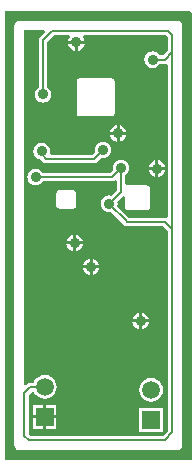
<source format=gbl>
%FSAX24Y24*%
%MOIN*%
G70*
G01*
G75*
G04 Layer_Physical_Order=2*
G04 Layer_Color=16711680*
%ADD10R,0.0177X0.0114*%
%ADD11R,0.0114X0.0177*%
%ADD12R,0.0315X0.0114*%
%ADD13R,0.0126X0.0354*%
%ADD14O,0.0116X0.0354*%
%ADD15O,0.0354X0.0116*%
%ADD16R,0.0433X0.0551*%
%ADD17R,0.0866X0.0787*%
%ADD18R,0.0551X0.0433*%
%ADD19C,0.0080*%
%ADD20C,0.0591*%
%ADD21R,0.0591X0.0591*%
%ADD22C,0.0350*%
G36*
X026260Y044919D02*
Y030020D01*
X020020D01*
Y044970D01*
X026207D01*
X026260Y044919D01*
D02*
G37*
%LPC*%
G36*
X025780Y044653D02*
X020500D01*
X020441Y044641D01*
X020392Y044608D01*
X020359Y044559D01*
X020347Y044500D01*
Y030500D01*
X020359Y030441D01*
X020392Y030392D01*
X020441Y030359D01*
X020500Y030347D01*
X025780D01*
X025839Y030359D01*
X025888Y030392D01*
X025921Y030441D01*
X025933Y030500D01*
Y044500D01*
X025921Y044559D01*
X025888Y044608D01*
X025839Y044641D01*
X025780Y044653D01*
D02*
G37*
%LPD*%
G36*
X021351Y044273D02*
X021199Y044121D01*
X021168Y044075D01*
X021157Y044020D01*
X021157Y044020D01*
Y042437D01*
X021104Y042396D01*
X021060Y042339D01*
X021032Y042272D01*
X021023Y042200D01*
X021032Y042128D01*
X021060Y042061D01*
X021104Y042004D01*
X021161Y041960D01*
X021228Y041932D01*
X021300Y041923D01*
X021372Y041932D01*
X021439Y041960D01*
X021496Y042004D01*
X021540Y042061D01*
X021568Y042128D01*
X021577Y042200D01*
X021568Y042272D01*
X021540Y042339D01*
X021496Y042396D01*
X021443Y042437D01*
Y043961D01*
X021659Y044177D01*
X022163D01*
X022198Y044105D01*
X022170Y044069D01*
X022142Y044002D01*
X022139Y043980D01*
X022681D01*
X022678Y044002D01*
X022650Y044069D01*
X022622Y044105D01*
X022657Y044177D01*
X025401D01*
X025457Y044121D01*
Y043669D01*
X025291Y043503D01*
X025187D01*
X025146Y043556D01*
X025089Y043600D01*
X025022Y043628D01*
X024950Y043637D01*
X024878Y043628D01*
X024811Y043600D01*
X024754Y043556D01*
X024710Y043499D01*
X024682Y043432D01*
X024673Y043360D01*
X024682Y043288D01*
X024710Y043221D01*
X024754Y043164D01*
X024811Y043120D01*
X024878Y043092D01*
X024950Y043083D01*
X025022Y043092D01*
X025089Y043120D01*
X025146Y043164D01*
X025187Y043217D01*
X025350D01*
X025350Y043217D01*
X025395Y043226D01*
X025419Y043207D01*
X025457Y043150D01*
Y038160D01*
X025419Y038103D01*
X025395Y038084D01*
X025350Y038093D01*
X025350Y038093D01*
X024174D01*
X023774Y038492D01*
X023783Y038559D01*
X023774Y038626D01*
X023961Y038812D01*
X024034Y038782D01*
Y038447D01*
X024042Y038408D01*
X024064Y038375D01*
X024097Y038352D01*
X024136Y038345D01*
X024766D01*
X024805Y038352D01*
X024838Y038375D01*
X024860Y038408D01*
X024867Y038447D01*
Y039068D01*
X024860Y039107D01*
X024838Y039140D01*
X024805Y039162D01*
X024766Y039170D01*
X024136D01*
X024105Y039163D01*
X024086Y039178D01*
X024043Y039244D01*
Y039513D01*
X024096Y039554D01*
X024140Y039611D01*
X024168Y039678D01*
X024177Y039750D01*
X024168Y039822D01*
X024140Y039889D01*
X024096Y039946D01*
X024039Y039990D01*
X023972Y040018D01*
X023900Y040027D01*
X023828Y040018D01*
X023761Y039990D01*
X023704Y039946D01*
X023660Y039889D01*
X023632Y039822D01*
X023623Y039750D01*
X023631Y039683D01*
X023541Y039593D01*
X021287D01*
X021246Y039646D01*
X021189Y039690D01*
X021122Y039718D01*
X021050Y039727D01*
X020978Y039718D01*
X020911Y039690D01*
X020854Y039646D01*
X020810Y039589D01*
X020782Y039522D01*
X020773Y039450D01*
X020782Y039378D01*
X020810Y039311D01*
X020854Y039254D01*
X020911Y039210D01*
X020978Y039182D01*
X021050Y039173D01*
X021122Y039182D01*
X021189Y039210D01*
X021246Y039254D01*
X021287Y039307D01*
X023600D01*
X023600Y039307D01*
X023655Y039318D01*
X023687Y039340D01*
X023757Y039302D01*
Y039013D01*
X023572Y038828D01*
X023505Y038836D01*
X023434Y038827D01*
X023367Y038799D01*
X023309Y038755D01*
X023265Y038698D01*
X023238Y038631D01*
X023228Y038559D01*
X023238Y038487D01*
X023265Y038420D01*
X023309Y038363D01*
X023367Y038319D01*
X023434Y038291D01*
X023505Y038282D01*
X023572Y038290D01*
X023970Y037892D01*
X023999Y037849D01*
D01*
X023999D01*
Y037849D01*
D01*
X023999D01*
Y037849D01*
X023999D01*
X023999Y037849D01*
Y037849D01*
X023999Y037849D01*
Y037849D01*
X024045Y037818D01*
X024100Y037807D01*
X025291D01*
X025457Y037641D01*
Y030989D01*
X025291Y030823D01*
X020879D01*
X020823Y030879D01*
Y032191D01*
X020918Y032286D01*
X020996Y032271D01*
X021005Y032251D01*
X021068Y032168D01*
X021151Y032105D01*
X021247Y032065D01*
X021350Y032051D01*
X021453Y032065D01*
X021549Y032105D01*
X021632Y032168D01*
X021695Y032251D01*
X021735Y032347D01*
X021749Y032450D01*
X021735Y032553D01*
X021695Y032649D01*
X021632Y032732D01*
X021549Y032795D01*
X021453Y032835D01*
X021350Y032849D01*
X021247Y032835D01*
X021151Y032795D01*
X021068Y032732D01*
X021005Y032649D01*
X020981Y032593D01*
X020880D01*
X020880Y032593D01*
X020825Y032582D01*
X020779Y032551D01*
X020779Y032551D01*
X020727Y032499D01*
X020653Y032529D01*
Y044347D01*
X021321D01*
X021351Y044273D01*
D02*
G37*
%LPC*%
G36*
X024600Y034921D02*
Y034700D01*
X024821D01*
X024818Y034722D01*
X024790Y034789D01*
X024746Y034846D01*
X024689Y034890D01*
X024622Y034918D01*
X024600Y034921D01*
D02*
G37*
G36*
X024500D02*
X024478Y034918D01*
X024411Y034890D01*
X024354Y034846D01*
X024310Y034789D01*
X024282Y034722D01*
X024279Y034700D01*
X024500D01*
Y034921D01*
D02*
G37*
G36*
X024821Y034600D02*
X024600D01*
Y034379D01*
X024622Y034382D01*
X024689Y034410D01*
X024746Y034454D01*
X024790Y034511D01*
X024818Y034578D01*
X024821Y034600D01*
D02*
G37*
G36*
X022850Y036400D02*
X022629D01*
X022632Y036378D01*
X022660Y036311D01*
X022704Y036254D01*
X022761Y036210D01*
X022828Y036182D01*
X022850Y036179D01*
Y036400D01*
D02*
G37*
G36*
X022950Y036721D02*
Y036500D01*
X023171D01*
X023168Y036522D01*
X023140Y036589D01*
X023096Y036646D01*
X023039Y036690D01*
X022972Y036718D01*
X022950Y036721D01*
D02*
G37*
G36*
X022850D02*
X022828Y036718D01*
X022761Y036690D01*
X022704Y036646D01*
X022660Y036589D01*
X022632Y036522D01*
X022629Y036500D01*
X022850D01*
Y036721D01*
D02*
G37*
G36*
X023171Y036400D02*
X022950D01*
Y036179D01*
X022972Y036182D01*
X023039Y036210D01*
X023096Y036254D01*
X023140Y036311D01*
X023168Y036378D01*
X023171Y036400D01*
D02*
G37*
G36*
X021745Y031400D02*
X021400D01*
Y031055D01*
X021745D01*
Y031400D01*
D02*
G37*
G36*
X021300D02*
X020955D01*
Y031055D01*
X021300D01*
Y031400D01*
D02*
G37*
G36*
X025295Y031745D02*
X024505D01*
Y030955D01*
X025295D01*
Y031745D01*
D02*
G37*
G36*
X021300Y031845D02*
X020955D01*
Y031500D01*
X021300D01*
Y031845D01*
D02*
G37*
G36*
X024500Y034600D02*
X024279D01*
X024282Y034578D01*
X024310Y034511D01*
X024354Y034454D01*
X024411Y034410D01*
X024478Y034382D01*
X024500Y034379D01*
Y034600D01*
D02*
G37*
G36*
X024900Y032749D02*
X024797Y032735D01*
X024701Y032695D01*
X024618Y032632D01*
X024555Y032549D01*
X024515Y032453D01*
X024501Y032350D01*
X024515Y032247D01*
X024555Y032151D01*
X024618Y032068D01*
X024701Y032005D01*
X024797Y031965D01*
X024900Y031951D01*
X025003Y031965D01*
X025099Y032005D01*
X025182Y032068D01*
X025245Y032151D01*
X025285Y032247D01*
X025299Y032350D01*
X025285Y032453D01*
X025245Y032549D01*
X025182Y032632D01*
X025099Y032695D01*
X025003Y032735D01*
X024900Y032749D01*
D02*
G37*
G36*
X021745Y031845D02*
X021400D01*
Y031500D01*
X021745D01*
Y031845D01*
D02*
G37*
G36*
X022300Y037200D02*
X022079D01*
X022082Y037178D01*
X022110Y037111D01*
X022154Y037054D01*
X022211Y037010D01*
X022278Y036982D01*
X022300Y036979D01*
Y037200D01*
D02*
G37*
G36*
X024071Y040850D02*
X023850D01*
Y040629D01*
X023872Y040632D01*
X023939Y040660D01*
X023996Y040704D01*
X024040Y040761D01*
X024068Y040828D01*
X024071Y040850D01*
D02*
G37*
G36*
X023750Y041171D02*
X023728Y041168D01*
X023661Y041140D01*
X023604Y041096D01*
X023560Y041039D01*
X023532Y040972D01*
X023529Y040950D01*
X023750D01*
Y041171D01*
D02*
G37*
G36*
X023300Y040627D02*
X023228Y040618D01*
X023161Y040590D01*
X023104Y040546D01*
X023060Y040489D01*
X023032Y040422D01*
X023023Y040350D01*
X023031Y040283D01*
X022941Y040193D01*
X021574D01*
X021521Y040253D01*
X021527Y040300D01*
X021518Y040372D01*
X021490Y040439D01*
X021446Y040496D01*
X021389Y040540D01*
X021322Y040568D01*
X021250Y040577D01*
X021178Y040568D01*
X021111Y040540D01*
X021054Y040496D01*
X021010Y040439D01*
X020982Y040372D01*
X020973Y040300D01*
X020982Y040228D01*
X021010Y040161D01*
X021054Y040104D01*
X021111Y040060D01*
X021178Y040032D01*
X021222Y040026D01*
X021299Y039949D01*
X021345Y039918D01*
X021400Y039907D01*
X021400Y039907D01*
X023000D01*
X023000Y039907D01*
X023055Y039918D01*
X023101Y039949D01*
X023233Y040081D01*
X023300Y040073D01*
X023372Y040082D01*
X023439Y040110D01*
X023496Y040154D01*
X023540Y040211D01*
X023568Y040278D01*
X023577Y040350D01*
X023568Y040422D01*
X023540Y040489D01*
X023496Y040546D01*
X023439Y040590D01*
X023372Y040618D01*
X023300Y040627D01*
D02*
G37*
G36*
X023750Y040850D02*
X023529D01*
X023532Y040828D01*
X023560Y040761D01*
X023604Y040704D01*
X023661Y040660D01*
X023728Y040632D01*
X023750Y040629D01*
Y040850D01*
D02*
G37*
G36*
X022360Y043880D02*
X022139D01*
X022142Y043858D01*
X022170Y043791D01*
X022214Y043734D01*
X022271Y043690D01*
X022338Y043662D01*
X022360Y043659D01*
Y043880D01*
D02*
G37*
G36*
X022681D02*
X022460D01*
Y043659D01*
X022482Y043662D01*
X022549Y043690D01*
X022606Y043734D01*
X022650Y043791D01*
X022678Y043858D01*
X022681Y043880D01*
D02*
G37*
G36*
X023850Y041171D02*
Y040950D01*
X024071D01*
X024068Y040972D01*
X024040Y041039D01*
X023996Y041096D01*
X023939Y041140D01*
X023872Y041168D01*
X023850Y041171D01*
D02*
G37*
G36*
X023582Y042734D02*
X022518D01*
X022479Y042726D01*
X022446Y042704D01*
X022424Y042671D01*
X022416Y042632D01*
Y041571D01*
X022424Y041532D01*
X022446Y041499D01*
X022479Y041476D01*
X022518Y041469D01*
X023582D01*
X023621Y041476D01*
X023654Y041499D01*
X023676Y041532D01*
X023684Y041571D01*
Y042632D01*
X023676Y042671D01*
X023654Y042704D01*
X023621Y042726D01*
X023582Y042734D01*
D02*
G37*
G36*
X022400Y037521D02*
Y037300D01*
X022621D01*
X022618Y037322D01*
X022590Y037389D01*
X022546Y037446D01*
X022489Y037490D01*
X022422Y037518D01*
X022400Y037521D01*
D02*
G37*
G36*
X022298Y039020D02*
X021849D01*
X021810Y039012D01*
X021777Y038990D01*
X021755Y038957D01*
X021747Y038918D01*
Y038494D01*
X021755Y038455D01*
X021777Y038421D01*
X021810Y038399D01*
X021849Y038392D01*
X022298D01*
X022337Y038399D01*
X022370Y038421D01*
X022392Y038455D01*
X022400Y038494D01*
Y038918D01*
X022392Y038957D01*
X022370Y038990D01*
X022337Y039012D01*
X022298Y039020D01*
D02*
G37*
G36*
X022621Y037200D02*
X022400D01*
Y036979D01*
X022422Y036982D01*
X022489Y037010D01*
X022546Y037054D01*
X022590Y037111D01*
X022618Y037178D01*
X022621Y037200D01*
D02*
G37*
G36*
X022300Y037521D02*
X022278Y037518D01*
X022211Y037490D01*
X022154Y037446D01*
X022110Y037389D01*
X022082Y037322D01*
X022079Y037300D01*
X022300D01*
Y037521D01*
D02*
G37*
G36*
X025045Y040000D02*
X025023Y039997D01*
X024956Y039970D01*
X024899Y039926D01*
X024855Y039868D01*
X024827Y039801D01*
X024824Y039779D01*
X025045D01*
Y040000D01*
D02*
G37*
G36*
X025145D02*
Y039779D01*
X025366D01*
X025363Y039801D01*
X025335Y039868D01*
X025291Y039926D01*
X025234Y039970D01*
X025167Y039997D01*
X025145Y040000D01*
D02*
G37*
G36*
X025045Y039679D02*
X024824D01*
X024827Y039658D01*
X024855Y039591D01*
X024899Y039533D01*
X024956Y039489D01*
X025023Y039462D01*
X025045Y039459D01*
Y039679D01*
D02*
G37*
G36*
X025366D02*
X025145D01*
Y039459D01*
X025167Y039462D01*
X025234Y039489D01*
X025291Y039533D01*
X025335Y039591D01*
X025363Y039658D01*
X025366Y039679D01*
D02*
G37*
%LPD*%
D19*
X023900Y038953D02*
Y039750D01*
X023505Y038559D02*
X023900Y038953D01*
X021400Y040050D02*
X023000D01*
X023600Y039450D02*
X023900Y039750D01*
X021050Y039450D02*
X023600D01*
X024100Y037950D02*
X025350D01*
X024100D02*
Y037964D01*
X023505Y038559D02*
X024100Y037964D01*
X021250Y040200D02*
X021400Y040050D01*
X021250Y040200D02*
Y040300D01*
X021300Y042200D02*
Y044020D01*
X024950Y043360D02*
X025350D01*
X021300Y044020D02*
X021600Y044320D01*
X025460D01*
X025600Y044180D01*
Y043610D02*
Y044180D01*
X025350Y043360D02*
X025600Y043610D01*
Y037700D02*
Y043610D01*
X025350Y037950D02*
X025600Y037700D01*
X025600Y037700D01*
X025600Y030930D02*
Y037700D01*
X020880Y032450D02*
X021350D01*
X025350Y030680D02*
X025600Y030930D01*
X020820Y030680D02*
X025350D01*
X020680Y030820D02*
X020820Y030680D01*
X020680Y030820D02*
Y032250D01*
X020880Y032450D01*
X023000Y040050D02*
X023300Y040350D01*
D20*
X024900Y032350D02*
D03*
X021350Y032450D02*
D03*
D21*
X024900Y031350D02*
D03*
X021350Y031450D02*
D03*
D22*
X023800Y040900D02*
D03*
X023300Y040350D02*
D03*
X025095Y039729D02*
D03*
X021050Y039450D02*
D03*
X023505Y038559D02*
D03*
X023900Y039750D02*
D03*
X022350Y037250D02*
D03*
X024550Y034650D02*
D03*
X022900Y036450D02*
D03*
X021250Y040300D02*
D03*
X021300Y042200D02*
D03*
X024950Y043360D02*
D03*
X022410Y043930D02*
D03*
M02*

</source>
